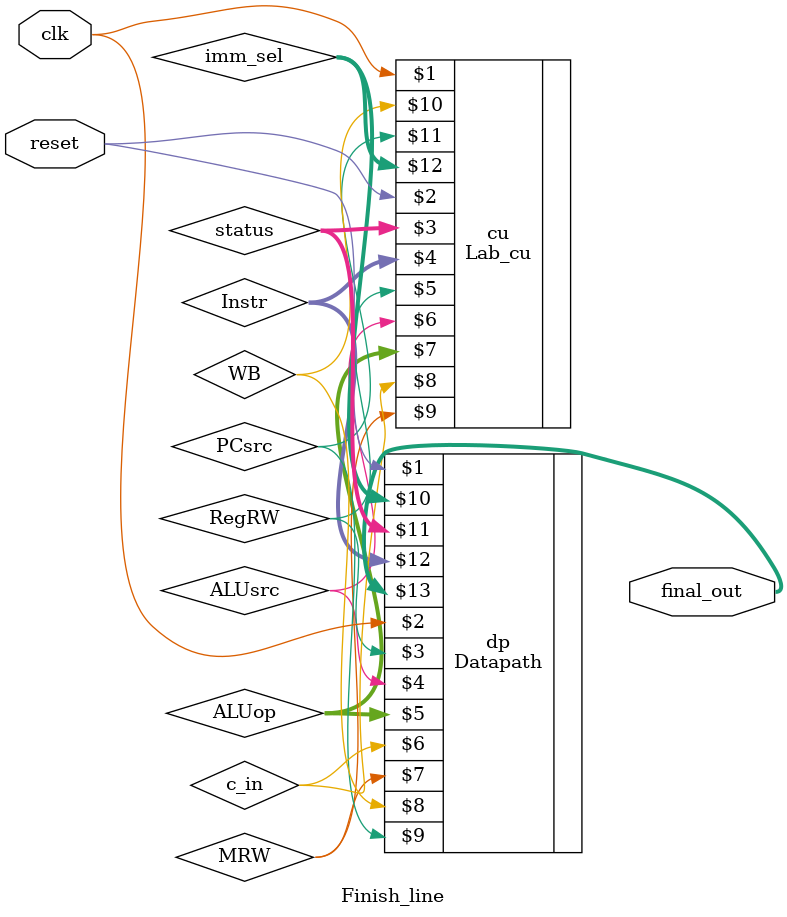
<source format=v>
module Finish_line(clk, reset, final_out);

input clk, reset;
output [31:0] final_out;

wire RegRW, ALUsrc, MRW, WB, PCsrc,c_in;

wire [1:0] imm_sel;
wire [3:0] status, ALUop;
wire [31:0] Instr;


Lab_cu cu (clk, reset, status, Instr, RegRW, ALUsrc, ALUop, c_in, MRW, WB, PCsrc, imm_sel);
//Lab_cu (clk, reset, status, Instr, RegRW, ALUsrc, ALUop, c_in, MRW, WB, PCsrc, imm_sel);

Datapath dp (reset, clk, RegRW, ALUsrc, ALUop, c_in, MRW, WB, PCsrc, imm_sel, status, Instr, final_out);
//Datapath (reset, clk, RegRW, ALUsrc, ALUop, c_in, MRW, WB, PCsrc, imm_sel, status, Instr, final_out);

endmodule

</source>
